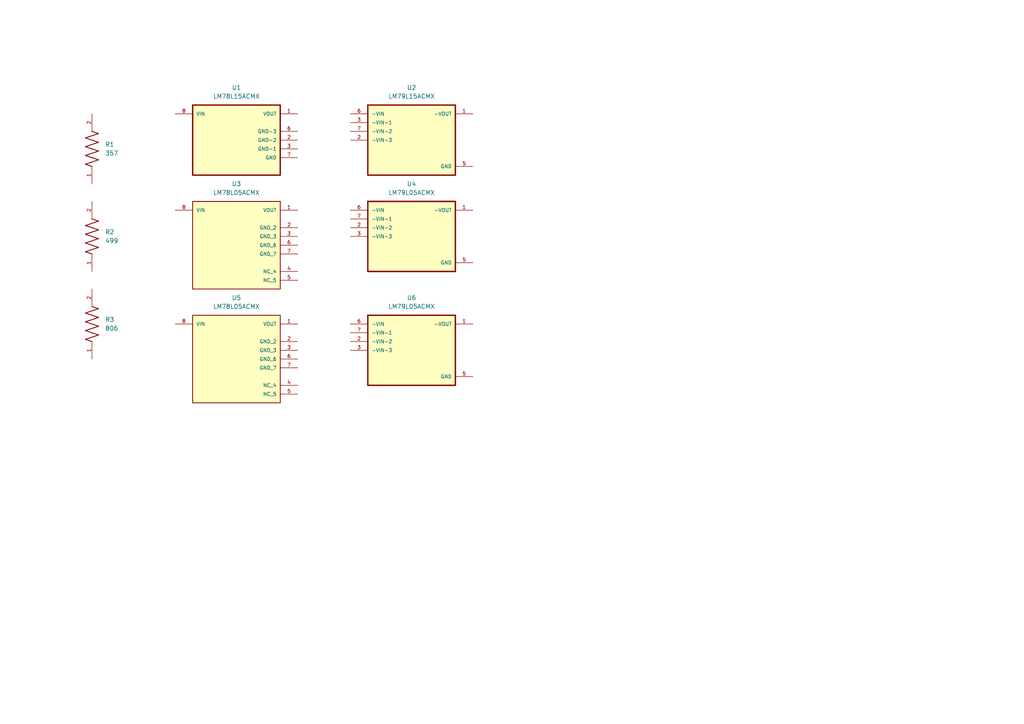
<source format=kicad_sch>
(kicad_sch (version 20250114) (generator "eeschema") (generator_version "9.0")
  (paper "A4")
  (lib_symbols
    (symbol "CRCW0603357RFKEA:CRCW0603357RFKEA" (pin_names (offset 1.016))
      (property "Reference" "R" (at -7.6244 2.5415 0))
      (property "Value" "357" (at -7.63 -5.0866 0))
      (symbol "CRCW0603357RFKEA_0_0"
        (polyline (pts (xy -5.08 0) (xy -4.445 1.905)) (stroke (width 0.254)))
        (polyline (pts (xy -4.445 1.905) (xy -3.175 -1.905)) (stroke (width 0.254)))
        (polyline (pts (xy -3.175 -1.905) (xy -1.905 1.905)) (stroke (width 0.254)))
        (polyline (pts (xy -1.905 1.905) (xy -0.635 -1.905)) (stroke (width 0.254)))
        (polyline (pts (xy -0.635 -1.905) (xy 0.635 1.905)) (stroke (width 0.254)))
        (polyline (pts (xy 0.635 1.905) (xy 1.905 -1.905)) (stroke (width 0.254)))
        (polyline (pts (xy 1.905 -1.905) (xy 3.175 1.905)) (stroke (width 0.254)))
        (polyline (pts (xy 3.175 1.905) (xy 4.445 -1.905)) (stroke (width 0.254)))
        (polyline (pts (xy 4.445 -1.905) (xy 5.08 0)) (stroke (width 0.254)))
        (pin passive line (at -10.16 0 0) (length 5.08) (name "~") (number "1"))
        (pin passive line (at 10.16 0 180) (length 5.08) (name "~") (number "2"))
      )
    )
    (symbol "CRCW0603499RFKEA:CRCW0603499RFKEA" (pin_names (offset 1.016))
      (property "Reference" "R" (at -7.6244 2.5415 0))
      (property "Value" "499" (at -7.63 -5.0866 0))
      (symbol "CRCW0603499RFKEA_0_0"
        (polyline (pts (xy -5.08 0) (xy -4.445 1.905)) (stroke (width 0.254)))
        (polyline (pts (xy -4.445 1.905) (xy -3.175 -1.905)) (stroke (width 0.254)))
        (polyline (pts (xy -3.175 -1.905) (xy -1.905 1.905)) (stroke (width 0.254)))
        (polyline (pts (xy -1.905 1.905) (xy -0.635 -1.905)) (stroke (width 0.254)))
        (polyline (pts (xy -0.635 -1.905) (xy 0.635 1.905)) (stroke (width 0.254)))
        (polyline (pts (xy 0.635 1.905) (xy 1.905 -1.905)) (stroke (width 0.254)))
        (polyline (pts (xy 1.905 -1.905) (xy 3.175 1.905)) (stroke (width 0.254)))
        (polyline (pts (xy 3.175 1.905) (xy 4.445 -1.905)) (stroke (width 0.254)))
        (polyline (pts (xy 4.445 -1.905) (xy 5.08 0)) (stroke (width 0.254)))
        (pin passive line (at -10.16 0 0) (length 5.08) (name "~") (number "1"))
        (pin passive line (at 10.16 0 180) (length 5.08) (name "~") (number "2"))
      )
    )
    (symbol "CRCW0603806RFKEA:CRCW0603806RFKEA" (pin_names (offset 1.016))
      (property "Reference" "R" (at -7.6244 2.5415 0))
      (property "Value" "806" (at -7.63 -5.0866 0))
      (symbol "CRCW0603806RFKEA_0_0"
        (polyline (pts (xy -5.08 0) (xy -4.445 1.905)) (stroke (width 0.254)))
        (polyline (pts (xy -4.445 1.905) (xy -3.175 -1.905)) (stroke (width 0.254)))
        (polyline (pts (xy -3.175 -1.905) (xy -1.905 1.905)) (stroke (width 0.254)))
        (polyline (pts (xy -1.905 1.905) (xy -0.635 -1.905)) (stroke (width 0.254)))
        (polyline (pts (xy -0.635 -1.905) (xy 0.635 1.905)) (stroke (width 0.254)))
        (polyline (pts (xy 0.635 1.905) (xy 1.905 -1.905)) (stroke (width 0.254)))
        (polyline (pts (xy 1.905 -1.905) (xy 3.175 1.905)) (stroke (width 0.254)))
        (polyline (pts (xy 3.175 1.905) (xy 4.445 -1.905)) (stroke (width 0.254)))
        (polyline (pts (xy 4.445 -1.905) (xy 5.08 0)) (stroke (width 0.254)))
        (pin passive line (at -10.16 0 0) (length 5.08) (name "~") (number "1"))
        (pin passive line (at 10.16 0 180) (length 5.08) (name "~") (number "2"))
      )
    )
    (symbol "LM78L05ACMX_NOPB:LM78L05ACMX_NOPB" (pin_names (offset 1.016))
      (property "Reference" "U" (at -12.7 13.7 0))
      (property "Value" "LM78L05ACMX" (at -12.7 -16.7 0))
      (symbol "LM78L05ACMX_NOPB_0_0"
        (rectangle (start -12.7 -12.7) (end 12.7 12.7) (stroke (width 0.254)) (fill (type background)))
        (pin input line (at -17.78 10.16 0) (length 5.08) (name "VIN") (number "8"))
        (pin output line (at 17.78 10.16 180) (length 5.08) (name "VOUT") (number "1"))
        (pin power_in line (at 17.78 5.08 180) (length 5.08) (name "GND_2") (number "2"))
        (pin power_in line (at 17.78 2.54 180) (length 5.08) (name "GND_3") (number "3"))
        (pin power_in line (at 17.78 0 180) (length 5.08) (name "GND_6") (number "6"))
        (pin power_in line (at 17.78 -2.54 180) (length 5.08) (name "GND_7") (number "7"))
        (pin power_in line (at 17.78 -7.62 180) (length 5.08) (name "NC_4") (number "4"))
        (pin power_in line (at 17.78 -10.16 180) (length 5.08) (name "NC_5") (number "5"))
      )
    )
    (symbol "LM78L15ACMX_NOPB:LM78L15ACMX_NOPB" (pin_names (offset 1.016))
      (property "Reference" "U" (at -12.7 11.16 0))
      (property "Value" "LM78L15ACMX" (at -12.7 -14.16 0))
      (symbol "LM78L15ACMX_NOPB_0_0"
        (rectangle (start -12.7 -10.16) (end 12.7 10.16) (stroke (width 0.41)) (fill (type background)))
        (pin input line (at -17.78 7.62 0) (length 5.08) (name "VIN") (number "8"))
        (pin output line (at 17.78 7.62 180) (length 5.08) (name "VOUT") (number "1"))
        (pin power_in line (at 17.78 2.54 180) (length 5.08) (name "GND-3") (number "6"))
        (pin power_in line (at 17.78 0 180) (length 5.08) (name "GND-2") (number "2"))
        (pin power_in line (at 17.78 -2.54 180) (length 5.08) (name "GND-1") (number "3"))
        (pin power_in line (at 17.78 -5.08 180) (length 5.08) (name "GND") (number "7"))
      )
    )
    (symbol "LM79L05ACMX_NOPB:LM79L05ACMX_NOPB" (pin_names (offset 1.016))
      (property "Reference" "U" (at -12.7 11.16 0))
      (property "Value" "LM79L05ACMX" (at -12.7 -14.16 0))
      (symbol "LM79L05ACMX_NOPB_0_0"
        (rectangle (start -12.7 -10.16) (end 12.7 10.16) (stroke (width 0.41)) (fill (type background)))
        (pin input line (at -17.78 7.62 0) (length 5.08) (name "-VIN") (number "6"))
        (pin input line (at -17.78 5.08 0) (length 5.08) (name "-VIN-1") (number "7"))
        (pin input line (at -17.78 2.54 0) (length 5.08) (name "-VIN-2") (number "2"))
        (pin input line (at -17.78 0 0) (length 5.08) (name "-VIN-3") (number "3"))
        (pin output line (at 17.78 7.62 180) (length 5.08) (name "-VOUT") (number "1"))
        (pin power_in line (at 17.78 -7.62 180) (length 5.08) (name "GND") (number "5"))
      )
    )
    (symbol "LM79L15ACMX_NOPB_NOPB:LM79L15ACMX_NOPB_NOPB" (pin_names (offset 1.016))
      (property "Reference" "U" (at -12.7 11.16 0))
      (property "Value" "LM79L15ACMX" (at -12.7 -14.16 0))
      (symbol "LM79L15ACMX_NOPB_NOPB_0_0"
        (rectangle (start -12.7 -10.16) (end 12.7 10.16) (stroke (width 0.41)) (fill (type background)))
        (pin input line (at -17.78 7.62 0) (length 5.08) (name "-VIN") (number "6"))
        (pin input line (at -17.78 5.08 0) (length 5.08) (name "-VIN-1") (number "3"))
        (pin input line (at -17.78 2.54 0) (length 5.08) (name "-VIN-2") (number "7"))
        (pin input line (at -17.78 0 0) (length 5.08) (name "-VIN-3") (number "2"))
        (pin output line (at 17.78 7.62 180) (length 5.08) (name "-VOUT") (number "1"))
        (pin power_in line (at 17.78 -7.62 180) (length 5.08) (name "GND") (number "5"))
      )
    )
  )
  (symbol (lib_id "LM78L15ACMX_NOPB:LM78L15ACMX_NOPB") (at 68.58 40.64 0) (unit 1)
    (property "Reference" "U1" (at 68.58 25.4 0))
    (property "Value" "LM78L15ACMX" (at 68.58 27.94 0))
    (property "Footprint" "LM78L15ACMX_NOPB:SOIC127P599X175-8N" (effects (hide yes)))
    (property "Datasheet" "https://www.ti.com/lit/ds/symlink/lm78l.pdf" (effects (hide yes)))
    (property "MF" "Texas Instruments" (effects (hide yes)))
    (property "Description_1" "100-mA, 30-V, linear voltage regulator" (effects (hide yes)))
    (property "Package" "SOIC-8 Texas Instruments" (effects (hide yes)))
    (property "Price" "$0.58" (effects (hide yes)))
    (property "SnapEDA_Link" "https://www.snapeda.com/parts/LM78L15ACMX/NOPB/Texas+Instruments/view-part/?ref=snap" (effects (hide yes)))
    (property "MP" "LM78L15ACMX/NOPB" (effects (hide yes)))
    (property "Availability" "In Stock" (effects (hide yes)))
    (property "Check_prices" "https://www.snapeda.com/parts/LM78L15ACMX/NOPB/Texas+Instruments/view-part/?ref=eda" (effects (hide yes)))
    (property "Purchase_Link" "https://www.mouser.com/ProductDetail/Texas-Instruments/LM78L15ACMX-NOPB?qs=sGAEpiMZZMuLLNXTG1MZau16jGmWCqoBfRwEFEGPtJc%3D" (effects (hide yes)))
  )
  (symbol (lib_id "LM78L05ACMX_NOPB:LM78L05ACMX_NOPB") (at 68.58 104.14 0) (unit 1)
    (property "Reference" "U5" (at 68.58 86.36 0))
    (property "Value" "LM78L05ACMX" (at 68.58 88.9 0))
    (property "Footprint" "LM78L05ACMX_NOPB:SOIC127P599X175-8N" (effects (hide yes)))
    (property "Datasheet" "https://www.ti.com/lit/ds/symlink/lm78l.pdf" (effects (hide yes)))
    (property "MF" "Texas Instruments" (effects (hide yes)))
    (property "MAXIMUM_PACKAGE_HEIGHT" "1.75mm" (effects (hide yes)))
    (property "Package" "SOIC-8 Texas Instruments" (effects (hide yes)))
    (property "Price" "$0.62" (effects (hide yes)))
    (property "Check_prices" "https://www.snapeda.com/parts/LM78L05ACMX/NOPB/Texas+Instruments/view-part/?ref=eda" (effects (hide yes)))
    (property "STANDARD" "IPC-7351B" (effects (hide yes)))
    (property "PARTREV" "L" (effects (hide yes)))
    (property "SnapEDA_Link" "https://www.snapeda.com/parts/LM78L05ACMX/NOPB/Texas+Instruments/view-part/?ref=snap" (effects (hide yes)))
    (property "MP" "LM78L05ACMX/NOPB" (effects (hide yes)))
    (property "Description_1" "100-mA, 30-V, linear voltage regulator" (effects (hide yes)))
    (property "Availability" "In Stock" (effects (hide yes)))
    (property "MANUFACTURER" "Texas Instruments" (effects (hide yes)))
    (property "Purchase_Link" "https://www.mouser.com/ProductDetail/Texas-Instruments/LM78L05ACMX-NOPB?qs=sGAEpiMZZMuLLNXTG1MZau16jGmWCqoB6DSs7gdhGSM%3D" (effects (hide yes)))
  )
  (symbol (lib_id "LM79L15ACMX_NOPB_NOPB:LM79L15ACMX_NOPB_NOPB") (at 119.38 40.64 0) (unit 1)
    (property "Reference" "U2" (at 119.38 25.4 0))
    (property "Value" "LM79L15ACMX" (at 119.38 27.94 0))
    (property "Footprint" "LM79L15ACMX_NOPB_NOPB:SOIC127P599X175-8N" (effects (hide yes)))
    (property "Datasheet" "https://www.ti.com/lit/ds/symlink/lm79l.pdf" (effects (hide yes)))
    (property "MF" "Texas Instruments" (effects (hide yes)))
    (property "Description_1" "100-mA, negative linear voltage regulator" (effects (hide yes)))
    (property "Package" "SOIC-8 Texas Instruments" (effects (hide yes)))
    (property "Price" "$0.72" (effects (hide yes)))
    (property "SnapEDA_Link" "https://www.snapeda.com/parts/LM79L15ACMX/NOPB/Texas+Instruments/view-part/?ref=snap" (effects (hide yes)))
    (property "MP" "LM79L15ACMX/NOPB" (effects (hide yes)))
    (property "Availability" "In Stock" (effects (hide yes)))
    (property "Check_prices" "https://www.snapeda.com/parts/LM79L15ACMX/NOPB/Texas+Instruments/view-part/?ref=eda" (effects (hide yes)))
    (property "Purchase_Link" "https://www.mouser.com/ProductDetail/Texas-Instruments/LM79L15ACMX-NOPB?qs=sGAEpiMZZMuLLNXTG1MZau16jGmWCqoBzVUR6cCDCEU%3D" (effects (hide yes)))
  )
  (symbol (lib_id "LM79L05ACMX_NOPB:LM79L05ACMX_NOPB") (at 119.38 68.58 0) (unit 1)
    (property "Reference" "U4" (at 119.38 53.34 0))
    (property "Value" "LM79L05ACMX" (at 119.38 55.88 0))
    (property "Footprint" "LM79L05ACMX_NOPB:SOIC127P599X175-8N" (effects (hide yes)))
    (property "Datasheet" "https://www.ti.com/lit/ds/symlink/lm79l.pdf" (effects (hide yes)))
    (property "MF" "Texas Instruments" (effects (hide yes)))
    (property "Description_1" "100-mA, negative linear voltage regulator" (effects (hide yes)))
    (property "Package" "SOIC-8 Texas Instruments" (effects (hide yes)))
    (property "Price" "$0.69" (effects (hide yes)))
    (property "SnapEDA_Link" "https://www.snapeda.com/parts/LM79L05ACMX/NOPB/Texas+Instruments/view-part/?ref=snap" (effects (hide yes)))
    (property "MP" "LM79L05ACMX/NOPB" (effects (hide yes)))
    (property "Availability" "In Stock" (effects (hide yes)))
    (property "Check_prices" "https://www.snapeda.com/parts/LM79L05ACMX/NOPB/Texas+Instruments/view-part/?ref=eda" (effects (hide yes)))
    (property "Purchase_Link" "https://www.mouser.com/ProductDetail/Texas-Instruments/LM79L05ACMX-NOPB?qs=sGAEpiMZZMuLLNXTG1MZau16jGmWCqoBDlmVavAFpbI%3D" (effects (hide yes)))
  )
  (symbol (lib_id "CRCW0603499RFKEA:CRCW0603499RFKEA") (at 26.67 68.58 90) (unit 1)
    (property "Reference" "R2" (at 30.48 67.3099 90) (effects (justify right)))
    (property "Value" "499" (at 30.48 69.8499 90) (effects (justify right)))
    (property "Footprint" "CRCW0603499RFKEA:RESC1508X50N" (effects (hide yes)))
    (property "Datasheet" "https://www.vishay.com/docs/20035/dcrcwe3.pdf" (effects (hide yes)))
    (property "MF" "Vishay" (effects (hide yes)))
    (property "Description_1" "Resistor, Thick Film, 499 Ohms, 0.1 W, 1%, SMT, TCR 37 ppm/DegC, Tape and Reel | Vishay Dale CRCW0603499RFKEA" (effects (hide yes)))
    (property "Package" "1508 Vishay" (effects (hide yes)))
    (property "Price" "$0.10" (effects (hide yes)))
    (property "SnapEDA_Link" "https://www.snapeda.com/parts/CRCW0603499RFKEA/Vishay/view-part/?ref=snap" (effects (hide yes)))
    (property "MP" "CRCW0603499RFKEA" (effects (hide yes)))
    (property "Availability" "In Stock" (effects (hide yes)))
    (property "Check_prices" "https://www.snapeda.com/parts/CRCW0603499RFKEA/Vishay/view-part/?ref=eda" (effects (hide yes)))
    (property "Purchase_Link" "https://www.mouser.com/ProductDetail/Vishay-Dale/CRCW0603499RFKEA?qs=2rshWTB%2FmZwofo5Byx1Zxw%3D%3D" (effects (hide yes)))
  )
  (symbol (lib_id "LM78L05ACMX_NOPB:LM78L05ACMX_NOPB") (at 68.58 71.12 0) (unit 1)
    (property "Reference" "U3" (at 68.58 53.34 0))
    (property "Value" "LM78L05ACMX" (at 68.58 55.88 0))
    (property "Footprint" "LM78L05ACMX_NOPB:SOIC127P599X175-8N" (effects (hide yes)))
    (property "Datasheet" "https://www.ti.com/lit/ds/symlink/lm78l.pdf" (effects (hide yes)))
    (property "MF" "Texas Instruments" (effects (hide yes)))
    (property "MAXIMUM_PACKAGE_HEIGHT" "1.75mm" (effects (hide yes)))
    (property "Package" "SOIC-8 Texas Instruments" (effects (hide yes)))
    (property "Price" "$0.62" (effects (hide yes)))
    (property "Check_prices" "https://www.snapeda.com/parts/LM78L05ACMX/NOPB/Texas+Instruments/view-part/?ref=eda" (effects (hide yes)))
    (property "STANDARD" "IPC-7351B" (effects (hide yes)))
    (property "PARTREV" "L" (effects (hide yes)))
    (property "SnapEDA_Link" "https://www.snapeda.com/parts/LM78L05ACMX/NOPB/Texas+Instruments/view-part/?ref=snap" (effects (hide yes)))
    (property "MP" "LM78L05ACMX/NOPB" (effects (hide yes)))
    (property "Description_1" "100-mA, 30-V, linear voltage regulator" (effects (hide yes)))
    (property "Availability" "In Stock" (effects (hide yes)))
    (property "MANUFACTURER" "Texas Instruments" (effects (hide yes)))
    (property "Purchase_Link" "https://www.mouser.com/ProductDetail/Texas-Instruments/LM78L05ACMX-NOPB?qs=sGAEpiMZZMuLLNXTG1MZau16jGmWCqoB6DSs7gdhGSM%3D" (effects (hide yes)))
  )
  (symbol (lib_id "LM79L05ACMX_NOPB:LM79L05ACMX_NOPB") (at 119.38 101.6 0) (unit 1)
    (property "Reference" "U6" (at 119.38 86.36 0))
    (property "Value" "LM79L05ACMX" (at 119.38 88.9 0))
    (property "Footprint" "LM79L05ACMX_NOPB:SOIC127P599X175-8N" (effects (hide yes)))
    (property "Datasheet" "https://www.ti.com/lit/ds/symlink/lm79l.pdf" (effects (hide yes)))
    (property "MF" "Texas Instruments" (effects (hide yes)))
    (property "Description_1" "100-mA, negative linear voltage regulator" (effects (hide yes)))
    (property "Package" "SOIC-8 Texas Instruments" (effects (hide yes)))
    (property "Price" "$0.69" (effects (hide yes)))
    (property "SnapEDA_Link" "https://www.snapeda.com/parts/LM79L05ACMX/NOPB/Texas+Instruments/view-part/?ref=snap" (effects (hide yes)))
    (property "MP" "LM79L05ACMX/NOPB" (effects (hide yes)))
    (property "Availability" "In Stock" (effects (hide yes)))
    (property "Check_prices" "https://www.snapeda.com/parts/LM79L05ACMX/NOPB/Texas+Instruments/view-part/?ref=eda" (effects (hide yes)))
    (property "Purchase_Link" "https://www.mouser.com/ProductDetail/Texas-Instruments/LM79L05ACMX-NOPB?qs=sGAEpiMZZMuLLNXTG1MZau16jGmWCqoBDlmVavAFpbI%3D" (effects (hide yes)))
  )
  (symbol (lib_id "CRCW0603806RFKEA:CRCW0603806RFKEA") (at 26.67 93.98 90) (unit 1)
    (property "Reference" "R3" (at 30.48 92.7099 90) (effects (justify right)))
    (property "Value" "806" (at 30.48 95.2499 90) (effects (justify right)))
    (property "Footprint" "CRCW0603806RFKEA:RESC1508X50N" (effects (hide yes)))
    (property "Datasheet" "https://www.vishay.com/docs/20035/dcrcwe3.pdf" (effects (hide yes)))
    (property "MF" "Vishay" (effects (hide yes)))
    (property "Description_1" "Resistor;Thick Film;806 Ohms;0.1 W;1%;SMT;0603;TCR 37 ppm/DegC;Tape and Reel | Vishay Dale CRCW0603806RFKEA" (effects (hide yes)))
    (property "Package" "1508 Vishay" (effects (hide yes)))
    (property "Price" "$0.10" (effects (hide yes)))
    (property "SnapEDA_Link" "https://www.snapeda.com/parts/CRCW0603806RFKEA/Vishay/view-part/?ref=snap" (effects (hide yes)))
    (property "MP" "CRCW0603806RFKEA" (effects (hide yes)))
    (property "Availability" "In Stock" (effects (hide yes)))
    (property "Check_prices" "https://www.snapeda.com/parts/CRCW0603806RFKEA/Vishay/view-part/?ref=eda" (effects (hide yes)))
    (property "Purchase_Link" "https://www.mouser.com/ProductDetail/Vishay-Dale/CRCW0603806RFKEA?qs=muAHfP4b4FJaY3AavhdB%252Bg%3D%3D" (effects (hide yes)))
  )
  (symbol (lib_id "CRCW0603357RFKEA:CRCW0603357RFKEA") (at 26.67 43.18 90) (unit 1)
    (property "Reference" "R1" (at 30.48 41.9099 90) (effects (justify right)))
    (property "Value" "357" (at 30.48 44.4499 90) (effects (justify right)))
    (property "Footprint" "CRCW0603357RFKEA:RESC1508X50N" (effects (hide yes)))
    (property "Datasheet" "https://www.vishay.com/docs/20035/dcrcwe3.pdf" (effects (hide yes)))
    (property "MF" "Vishay" (effects (hide yes)))
    (property "Description_1" "Resistor;Thick Film;357 Ohms;0.1 W;1%;SMT;0603;TCR 37 ppm/DegC;Tape and Reel | Vishay Dale CRCW0603357RFKEA" (effects (hide yes)))
    (property "Package" "1508 Vishay" (effects (hide yes)))
    (property "Price" "$0.10" (effects (hide yes)))
    (property "SnapEDA_Link" "https://www.snapeda.com/parts/CRCW0603357RFKEA/Vishay/view-part/?ref=snap" (effects (hide yes)))
    (property "MP" "CRCW0603357RFKEA" (effects (hide yes)))
    (property "Availability" "In Stock" (effects (hide yes)))
    (property "Check_prices" "https://www.snapeda.com/parts/CRCW0603357RFKEA/Vishay/view-part/?ref=eda" (effects (hide yes)))
    (property "Purchase_Link" "https://www.mouser.com/ProductDetail/Vishay-Dale/CRCW0603357RFKEA?qs=WYhlUnBk1VGEs5OU2dKNYA%3D%3D" (effects (hide yes)))
  )
)
</source>
